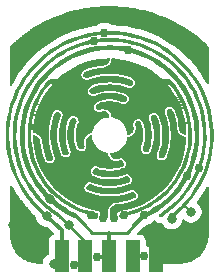
<source format=gbr>
%TF.GenerationSoftware,KiCad,Pcbnew,(5.1.10)-1*%
%TF.CreationDate,2021-10-07T10:54:52-05:00*%
%TF.ProjectId,BYTE_Magnetic,42595445-5f4d-4616-976e-657469632e6b,rev?*%
%TF.SameCoordinates,Original*%
%TF.FileFunction,Copper,L1,Top*%
%TF.FilePolarity,Positive*%
%FSLAX46Y46*%
G04 Gerber Fmt 4.6, Leading zero omitted, Abs format (unit mm)*
G04 Created by KiCad (PCBNEW (5.1.10)-1) date 2021-10-07 10:54:52*
%MOMM*%
%LPD*%
G01*
G04 APERTURE LIST*
%TA.AperFunction,SMDPad,CuDef*%
%ADD10C,0.100000*%
%TD*%
%TA.AperFunction,SMDPad,CuDef*%
%ADD11R,1.200000X2.700000*%
%TD*%
%TA.AperFunction,ViaPad*%
%ADD12C,0.800000*%
%TD*%
%TA.AperFunction,ViaPad*%
%ADD13C,0.750000*%
%TD*%
%TA.AperFunction,Conductor*%
%ADD14C,0.300000*%
%TD*%
%TA.AperFunction,Conductor*%
%ADD15C,0.250000*%
%TD*%
%TA.AperFunction,Conductor*%
%ADD16C,0.150000*%
%TD*%
%TA.AperFunction,Conductor*%
%ADD17C,0.200000*%
%TD*%
%TA.AperFunction,Conductor*%
%ADD18C,0.100000*%
%TD*%
G04 APERTURE END LIST*
%TA.AperFunction,SMDPad,CuDef*%
D10*
%TO.P,REF\u002A\u002A,5*%
%TO.N,/SDA*%
G36*
X182599320Y-102891100D02*
G01*
X183185320Y-102950100D01*
X183765320Y-103048100D01*
X184338320Y-103184100D01*
X184900320Y-103359100D01*
X185449320Y-103570100D01*
X185983320Y-103818100D01*
X186499320Y-104102100D01*
X186995320Y-104419100D01*
X187469320Y-104768100D01*
X187918320Y-105148100D01*
X188341320Y-105558100D01*
X188735320Y-105995100D01*
X189100320Y-106457100D01*
X189432320Y-106942100D01*
X189732320Y-107449100D01*
X189997320Y-107975100D01*
X190226320Y-108517100D01*
X190419320Y-109073100D01*
X190573320Y-109641100D01*
X190690320Y-110218100D01*
X190768320Y-110801100D01*
X190806320Y-111389100D01*
X190805320Y-111977100D01*
X190765320Y-112565100D01*
X190686320Y-113148100D01*
X190568320Y-113724100D01*
X190411320Y-114292100D01*
X190217320Y-114848100D01*
X189987320Y-115389100D01*
X189720320Y-115914100D01*
X189419320Y-116420100D01*
X189085320Y-116905100D01*
X188720320Y-117366100D01*
X188324320Y-117802100D01*
X187900320Y-118210100D01*
X187450320Y-118589100D01*
X187389320Y-118617100D01*
X187323320Y-118617100D01*
X187263320Y-118588100D01*
X187221320Y-118535100D01*
X187207320Y-118470100D01*
X187222320Y-118405100D01*
X187264320Y-118353100D01*
X187705320Y-117982100D01*
X188120320Y-117581100D01*
X188506320Y-117154100D01*
X188863320Y-116701100D01*
X189188320Y-116225100D01*
X189480320Y-115728100D01*
X189738320Y-115213100D01*
X189960320Y-114681100D01*
X190146320Y-114136100D01*
X190294320Y-113579100D01*
X190404320Y-113013100D01*
X190476320Y-112441100D01*
X190509320Y-111866100D01*
X190502320Y-111289100D01*
X190457320Y-110715100D01*
X190373320Y-110145100D01*
X190250320Y-109582100D01*
X190089320Y-109028100D01*
X189892320Y-108487100D01*
X189658320Y-107960100D01*
X189389320Y-107450100D01*
X189086320Y-106960100D01*
X188750320Y-106491100D01*
X188384320Y-106047100D01*
X187988320Y-105628100D01*
X187565320Y-105236100D01*
X187116320Y-104875100D01*
X186644320Y-104545100D01*
X186150320Y-104247100D01*
X185637320Y-103984100D01*
X185108320Y-103755100D01*
X184565320Y-103564100D01*
X184009320Y-103409100D01*
X183445320Y-103293100D01*
X182874320Y-103215100D01*
X182299320Y-103176100D01*
X181723320Y-103176100D01*
X181148320Y-103215100D01*
X180577320Y-103293100D01*
X180012320Y-103409100D01*
X179457320Y-103564100D01*
X178913320Y-103755100D01*
X178384320Y-103984100D01*
X177871320Y-104247100D01*
X177378320Y-104545100D01*
X176906320Y-104875100D01*
X176457320Y-105236100D01*
X176034320Y-105628100D01*
X175638320Y-106047100D01*
X175271320Y-106491100D01*
X174936320Y-106960100D01*
X174633320Y-107450100D01*
X174364320Y-107960100D01*
X174130320Y-108487100D01*
X173932320Y-109028100D01*
X173772320Y-109582100D01*
X173649320Y-110145100D01*
X173565320Y-110715100D01*
X173519320Y-111289100D01*
X173513320Y-111866100D01*
X173546320Y-112441100D01*
X173617320Y-113013100D01*
X173728320Y-113579100D01*
X173876320Y-114136100D01*
X174062320Y-114681100D01*
X174284320Y-115213100D01*
X174542320Y-115728100D01*
X174834320Y-116225100D01*
X175159320Y-116701100D01*
X175515320Y-117154100D01*
X175902320Y-117581100D01*
X176316320Y-117982100D01*
X176757320Y-118353100D01*
X176799320Y-118405100D01*
X176814320Y-118470100D01*
X176800320Y-118535100D01*
X176759320Y-118588100D01*
X176699320Y-118617100D01*
X176632320Y-118617100D01*
X176572320Y-118589100D01*
X176121320Y-118210100D01*
X175698320Y-117802100D01*
X175302320Y-117366100D01*
X174936320Y-116905100D01*
X174602320Y-116420100D01*
X174301320Y-115914100D01*
X174035320Y-115389100D01*
X173804320Y-114848100D01*
X173610320Y-114292100D01*
X173454320Y-113724100D01*
X173336320Y-113148100D01*
X173256320Y-112565100D01*
X173216320Y-111977100D01*
X173215320Y-111389100D01*
X173254320Y-110801100D01*
X173332320Y-110218100D01*
X173448320Y-109641100D01*
X173603320Y-109073100D01*
X173795320Y-108517100D01*
X174025320Y-107975100D01*
X174290320Y-107449100D01*
X174589320Y-106942100D01*
X174922320Y-106457100D01*
X175286320Y-105995100D01*
X175681320Y-105558100D01*
X176104320Y-105148100D01*
X176553320Y-104768100D01*
X177027320Y-104419100D01*
X177523320Y-104102100D01*
X178039320Y-103818100D01*
X178572320Y-103570100D01*
X179122320Y-103359100D01*
X179684320Y-103184100D01*
X180256320Y-103048100D01*
X180837320Y-102950100D01*
X181422320Y-102891100D01*
X182011320Y-102871100D01*
X182599320Y-102891100D01*
G37*
%TD.AperFunction*%
%TA.AperFunction,SMDPad,CuDef*%
%TO.P,REF\u002A\u002A,1*%
%TO.N,/A1*%
G36*
X181999320Y-105323100D02*
G01*
X181949320Y-105466100D01*
X181864320Y-105593100D01*
X181751320Y-105694100D01*
X181615320Y-105763100D01*
X181467320Y-105796100D01*
X181066320Y-105847100D01*
X180669320Y-105926100D01*
X180279320Y-106031100D01*
X179897320Y-106163100D01*
X179787320Y-106224100D01*
X179700320Y-106313100D01*
X179641320Y-106424100D01*
X179615320Y-106546100D01*
X179625320Y-106671100D01*
X179670320Y-106788100D01*
X179746320Y-106888100D01*
X179847320Y-106962100D01*
X179965320Y-107004100D01*
X180090320Y-107012100D01*
X180212320Y-106984100D01*
X180599320Y-106854100D01*
X180996320Y-106755100D01*
X181399320Y-106688100D01*
X181807320Y-106655100D01*
X182215320Y-106655100D01*
X182623320Y-106688100D01*
X183026320Y-106755100D01*
X183423320Y-106854100D01*
X183810320Y-106984100D01*
X183893320Y-107035100D01*
X183955320Y-107110100D01*
X183986320Y-107202100D01*
X183985320Y-107299100D01*
X183950320Y-107390100D01*
X183886320Y-107464100D01*
X183801320Y-107511100D01*
X183705320Y-107526100D01*
X183609320Y-107508100D01*
X183222320Y-107379100D01*
X182824320Y-107286100D01*
X182419320Y-107230100D01*
X182011320Y-107211100D01*
X181603320Y-107230100D01*
X181198320Y-107286100D01*
X180800320Y-107379100D01*
X180413320Y-107508100D01*
X180303320Y-107569100D01*
X180216320Y-107658100D01*
X180157320Y-107769100D01*
X180131320Y-107891100D01*
X180141320Y-108016100D01*
X180186320Y-108133100D01*
X180262320Y-108232100D01*
X180363320Y-108307100D01*
X180481320Y-108349100D01*
X180606320Y-108357100D01*
X180728320Y-108329100D01*
X181085320Y-108213100D01*
X181451320Y-108135100D01*
X181824320Y-108096100D01*
X182198320Y-108096100D01*
X182571320Y-108135100D01*
X182937320Y-108213100D01*
X183294320Y-108329100D01*
X183377320Y-108379100D01*
X183438320Y-108455100D01*
X183470320Y-108547100D01*
X183468320Y-108644100D01*
X183434320Y-108735100D01*
X183370320Y-108809100D01*
X183285320Y-108856100D01*
X183189320Y-108871100D01*
X183093320Y-108852100D01*
X182792320Y-108755100D01*
X182483320Y-108689100D01*
X182169320Y-108656100D01*
X181853320Y-108656100D01*
X181539320Y-108689100D01*
X181230320Y-108755100D01*
X180929320Y-108852100D01*
X180820320Y-108913100D01*
X180732320Y-109003100D01*
X180673320Y-109113100D01*
X180648320Y-109236100D01*
X180658320Y-109361100D01*
X180703320Y-109478100D01*
X180779320Y-109577100D01*
X180880320Y-109651100D01*
X180997320Y-109694100D01*
X181122320Y-109702100D01*
X181244320Y-109674100D01*
X181373320Y-109641100D01*
X181506320Y-109639100D01*
X181635320Y-109669100D01*
X181754320Y-109727100D01*
X181856320Y-109812100D01*
X181935320Y-109918100D01*
X181988320Y-110040100D01*
X182010320Y-110171100D01*
X181767320Y-110191100D01*
X181531320Y-110250100D01*
X181307320Y-110346100D01*
X181102320Y-110478100D01*
X180921320Y-110641100D01*
X180768320Y-110831100D01*
X180649320Y-111043100D01*
X180565320Y-111272100D01*
X180520320Y-111512100D01*
X180368320Y-111532100D01*
X180224320Y-111584100D01*
X180094320Y-111666100D01*
X179984320Y-111772100D01*
X179899320Y-111900100D01*
X179843320Y-112043100D01*
X179818320Y-112194100D01*
X179825320Y-112347100D01*
X179865320Y-112495100D01*
X179883320Y-112590100D01*
X179868320Y-112687100D01*
X179821320Y-112772100D01*
X179747320Y-112835100D01*
X179657320Y-112870100D01*
X179559320Y-112872100D01*
X179467320Y-112840100D01*
X179392320Y-112779100D01*
X179342320Y-112696100D01*
X179249320Y-112411100D01*
X179187320Y-112118100D01*
X179156320Y-111821100D01*
X179156320Y-111521100D01*
X179187320Y-111224100D01*
X179249320Y-110931100D01*
X179342320Y-110646100D01*
X179369320Y-110524100D01*
X179362320Y-110399100D01*
X179319320Y-110281100D01*
X179245320Y-110180100D01*
X179145320Y-110104100D01*
X179028320Y-110060100D01*
X178904320Y-110049100D01*
X178781320Y-110075100D01*
X178670320Y-110134100D01*
X178581320Y-110222100D01*
X178520320Y-110331100D01*
X178412320Y-110656100D01*
X178334320Y-110990100D01*
X178287320Y-111329100D01*
X178272320Y-111671100D01*
X178287320Y-112013100D01*
X178334320Y-112352100D01*
X178412320Y-112686100D01*
X178520320Y-113011100D01*
X178539320Y-113107100D01*
X178523320Y-113203100D01*
X178476320Y-113288100D01*
X178403320Y-113352100D01*
X178312320Y-113387100D01*
X178215320Y-113388100D01*
X178123320Y-113357100D01*
X178047320Y-113295100D01*
X177997320Y-113212100D01*
X177873320Y-112838100D01*
X177783320Y-112455100D01*
X177729320Y-112064100D01*
X177711320Y-111671100D01*
X177729320Y-111278100D01*
X177783320Y-110887100D01*
X177873320Y-110504100D01*
X177997320Y-110130100D01*
X178025320Y-110008100D01*
X178017320Y-109883100D01*
X177974320Y-109765100D01*
X177900320Y-109664100D01*
X177801320Y-109588100D01*
X177684320Y-109543100D01*
X177559320Y-109533100D01*
X177436320Y-109559100D01*
X177326320Y-109618100D01*
X177236320Y-109705100D01*
X177175320Y-109815100D01*
X177040320Y-110214100D01*
X176938320Y-110624100D01*
X176870320Y-111040100D01*
X176835320Y-111460100D01*
X176835320Y-111882100D01*
X176870320Y-112302100D01*
X176938320Y-112718100D01*
X177040320Y-113128100D01*
X177175320Y-113527100D01*
X177194320Y-113623100D01*
X177179320Y-113719100D01*
X177131320Y-113804100D01*
X177058320Y-113868100D01*
X176967320Y-113903100D01*
X176870320Y-113904100D01*
X176778320Y-113873100D01*
X176702320Y-113812100D01*
X176652320Y-113728100D01*
X176524320Y-113356100D01*
X176421320Y-112976100D01*
X176345320Y-112591100D01*
X176295320Y-112200100D01*
X176263320Y-112040100D01*
X176196320Y-111890100D01*
X176100320Y-111758100D01*
X175977320Y-111649100D01*
X175833320Y-111570100D01*
X175676320Y-111523100D01*
X175513320Y-111511100D01*
X175544320Y-111016100D01*
X175613320Y-110525100D01*
X175719320Y-110041100D01*
X175861320Y-109566100D01*
X176039320Y-109104100D01*
X176253320Y-108656100D01*
X176499320Y-108226100D01*
X176778320Y-107816100D01*
X177087320Y-107428100D01*
X177106320Y-107383100D01*
X177094320Y-107335100D01*
X177057320Y-107302100D01*
X177008320Y-107298100D01*
X176965320Y-107324100D01*
X176652320Y-107717100D01*
X176369320Y-108132100D01*
X176119320Y-108567100D01*
X175901320Y-109020100D01*
X175719320Y-109488100D01*
X175572320Y-109968100D01*
X175462320Y-110459100D01*
X175390320Y-110956100D01*
X175354320Y-111457100D01*
X175357320Y-111959100D01*
X175398320Y-112460100D01*
X175476320Y-112956100D01*
X175592320Y-113445100D01*
X175743320Y-113924100D01*
X175931320Y-114390100D01*
X176153320Y-114840100D01*
X176409320Y-115273100D01*
X176696320Y-115685100D01*
X177014320Y-116074100D01*
X177360320Y-116438100D01*
X177732320Y-116775100D01*
X178129320Y-117083100D01*
X178548320Y-117360100D01*
X178987320Y-117605100D01*
X179443320Y-117816100D01*
X179913320Y-117992100D01*
X180396320Y-118132100D01*
X180887320Y-118235100D01*
X180950320Y-118258100D01*
X181002320Y-118299100D01*
X181038320Y-118356100D01*
X181061320Y-118461100D01*
X181045320Y-118567100D01*
X180994320Y-118661100D01*
X180912320Y-118730100D01*
X180811320Y-118767100D01*
X180704320Y-118766100D01*
X180604320Y-118727100D01*
X180524320Y-118655100D01*
X180475320Y-118560100D01*
X180444320Y-118500100D01*
X180394320Y-118453100D01*
X180332320Y-118425100D01*
X179827320Y-118280100D01*
X179335320Y-118096100D01*
X178858320Y-117876100D01*
X178399320Y-117620100D01*
X177961320Y-117331100D01*
X177545320Y-117009100D01*
X177155320Y-116657100D01*
X176793320Y-116277100D01*
X176461320Y-115870100D01*
X176160320Y-115440100D01*
X175892320Y-114988100D01*
X175659320Y-114517100D01*
X175463320Y-114030100D01*
X175304320Y-113529100D01*
X175183320Y-113018100D01*
X175100320Y-112499100D01*
X175058320Y-111975100D01*
X175055320Y-111450100D01*
X175091320Y-110926100D01*
X175167320Y-110406100D01*
X175282320Y-109894100D01*
X175435320Y-109391100D01*
X175626320Y-108902100D01*
X175853320Y-108428100D01*
X176115320Y-107973100D01*
X176411320Y-107539100D01*
X176738320Y-107128100D01*
X176847320Y-107030100D01*
X176976320Y-106960100D01*
X177117320Y-106924100D01*
X177264320Y-106924100D01*
X177389320Y-106926100D01*
X177512320Y-106901100D01*
X177628320Y-106852100D01*
X177730320Y-106780100D01*
X178093320Y-106485100D01*
X178475320Y-106217100D01*
X178876320Y-105977100D01*
X179293320Y-105766100D01*
X179724320Y-105586100D01*
X180167320Y-105438100D01*
X180620320Y-105322100D01*
X181080320Y-105238100D01*
X181544320Y-105188100D01*
X182011320Y-105171100D01*
X181999320Y-105323100D01*
G37*
%TD.AperFunction*%
%TA.AperFunction,SMDPad,CuDef*%
%TO.P,REF\u002A\u002A,2*%
%TO.N,/A2*%
G36*
X182671320Y-105205100D02*
G01*
X183168320Y-105275100D01*
X183657320Y-105383100D01*
X184137320Y-105528100D01*
X184604320Y-105711100D01*
X185056320Y-105928100D01*
X185489320Y-106180100D01*
X185902320Y-106464100D01*
X186292320Y-106780100D01*
X186394320Y-106852100D01*
X186510320Y-106901100D01*
X186633320Y-106926100D01*
X186758320Y-106924100D01*
X186905320Y-106924100D01*
X187046320Y-106960100D01*
X187175320Y-107030100D01*
X187284320Y-107128100D01*
X187604320Y-107528100D01*
X187893320Y-107951100D01*
X188151320Y-108394100D01*
X188376320Y-108854100D01*
X188566320Y-109330100D01*
X188720320Y-109819100D01*
X188838320Y-110317100D01*
X188919320Y-110823100D01*
X188963320Y-111334100D01*
X188969320Y-111846100D01*
X188937320Y-112358100D01*
X188868320Y-112865100D01*
X188761320Y-113367100D01*
X188618320Y-113859100D01*
X188439320Y-114339100D01*
X188226320Y-114804100D01*
X187978320Y-115253100D01*
X187699320Y-115683100D01*
X187388320Y-116090100D01*
X187048320Y-116474100D01*
X186681320Y-116831100D01*
X186289320Y-117161100D01*
X185874320Y-117461100D01*
X185437320Y-117729100D01*
X184982320Y-117965100D01*
X184511320Y-118166100D01*
X184027320Y-118333100D01*
X183531320Y-118463100D01*
X183471320Y-118487100D01*
X183422320Y-118528100D01*
X183389320Y-118583100D01*
X183331320Y-118674100D01*
X183245320Y-118739100D01*
X183142320Y-118769100D01*
X183034320Y-118761100D01*
X182937320Y-118715100D01*
X182861320Y-118638100D01*
X182819320Y-118539100D01*
X182814320Y-118431100D01*
X182843320Y-118351100D01*
X182903320Y-118290100D01*
X182983320Y-118260100D01*
X183482320Y-118167100D01*
X183973320Y-118036100D01*
X184452320Y-117868100D01*
X184917320Y-117664100D01*
X185365320Y-117425100D01*
X185794320Y-117152100D01*
X186200320Y-116848100D01*
X186583320Y-116514100D01*
X186938320Y-116152100D01*
X187266320Y-115763100D01*
X187562320Y-115351100D01*
X187826320Y-114917100D01*
X188057320Y-114465100D01*
X188252320Y-113996100D01*
X188411320Y-113514100D01*
X188533320Y-113021100D01*
X188617320Y-112520100D01*
X188662320Y-112014100D01*
X188669320Y-111506100D01*
X188637320Y-110999100D01*
X188567320Y-110496100D01*
X188458320Y-110000100D01*
X188312320Y-109514100D01*
X188129320Y-109040100D01*
X187911320Y-108582100D01*
X187659320Y-108141100D01*
X187373320Y-107721100D01*
X187057320Y-107324100D01*
X187014320Y-107298100D01*
X186965320Y-107302100D01*
X186928320Y-107335100D01*
X186916320Y-107383100D01*
X186935320Y-107428100D01*
X187224320Y-107789100D01*
X187487320Y-108169100D01*
X187722320Y-108567100D01*
X187928320Y-108981100D01*
X188104320Y-109408100D01*
X188250320Y-109847100D01*
X188364320Y-110295100D01*
X188445320Y-110750100D01*
X188495320Y-111209100D01*
X188511320Y-111671100D01*
X188359320Y-111659100D01*
X188216320Y-111609100D01*
X188089320Y-111524100D01*
X187988320Y-111411100D01*
X187919320Y-111275100D01*
X187886320Y-111127100D01*
X187835320Y-110726100D01*
X187756320Y-110329100D01*
X187651320Y-109939100D01*
X187519320Y-109557100D01*
X187458320Y-109447100D01*
X187369320Y-109360100D01*
X187258320Y-109301100D01*
X187136320Y-109275100D01*
X187011320Y-109285100D01*
X186894320Y-109330100D01*
X186794320Y-109406100D01*
X186720320Y-109507100D01*
X186678320Y-109625100D01*
X186670320Y-109750100D01*
X186698320Y-109872100D01*
X186828320Y-110259100D01*
X186927320Y-110656100D01*
X186994320Y-111059100D01*
X187027320Y-111467100D01*
X187027320Y-111875100D01*
X186994320Y-112283100D01*
X186927320Y-112686100D01*
X186828320Y-113083100D01*
X186698320Y-113470100D01*
X186647320Y-113553100D01*
X186572320Y-113615100D01*
X186480320Y-113646100D01*
X186383320Y-113645100D01*
X186292320Y-113610100D01*
X186218320Y-113546100D01*
X186171320Y-113461100D01*
X186156320Y-113365100D01*
X186174320Y-113269100D01*
X186303320Y-112882100D01*
X186396320Y-112484100D01*
X186452320Y-112079100D01*
X186471320Y-111671100D01*
X186452320Y-111263100D01*
X186396320Y-110858100D01*
X186303320Y-110460100D01*
X186174320Y-110073100D01*
X186113320Y-109963100D01*
X186024320Y-109876100D01*
X185913320Y-109817100D01*
X185791320Y-109791100D01*
X185666320Y-109801100D01*
X185549320Y-109846100D01*
X185450320Y-109922100D01*
X185375320Y-110023100D01*
X185333320Y-110141100D01*
X185325320Y-110266100D01*
X185353320Y-110388100D01*
X185469320Y-110745100D01*
X185547320Y-111111100D01*
X185586320Y-111484100D01*
X185586320Y-111858100D01*
X185547320Y-112231100D01*
X185469320Y-112597100D01*
X185353320Y-112954100D01*
X185303320Y-113037100D01*
X185227320Y-113098100D01*
X185135320Y-113130100D01*
X185038320Y-113128100D01*
X184947320Y-113094100D01*
X184873320Y-113030100D01*
X184826320Y-112945100D01*
X184811320Y-112849100D01*
X184830320Y-112753100D01*
X184927320Y-112452100D01*
X184993320Y-112143100D01*
X185026320Y-111829100D01*
X185026320Y-111513100D01*
X184993320Y-111199100D01*
X184927320Y-110890100D01*
X184830320Y-110589100D01*
X184769320Y-110480100D01*
X184679320Y-110392100D01*
X184569320Y-110333100D01*
X184446320Y-110308100D01*
X184321320Y-110318100D01*
X184204320Y-110363100D01*
X184105320Y-110439100D01*
X184031320Y-110540100D01*
X183988320Y-110657100D01*
X183980320Y-110782100D01*
X184008320Y-110904100D01*
X184041320Y-111033100D01*
X184043320Y-111166100D01*
X184013320Y-111295100D01*
X183955320Y-111414100D01*
X183870320Y-111516100D01*
X183764320Y-111595100D01*
X183642320Y-111648100D01*
X183511320Y-111670100D01*
X183491320Y-111427100D01*
X183432320Y-111191100D01*
X183336320Y-110967100D01*
X183204320Y-110762100D01*
X183041320Y-110581100D01*
X182851320Y-110428100D01*
X182639320Y-110309100D01*
X182410320Y-110225100D01*
X182170320Y-110180100D01*
X182150320Y-110028100D01*
X182098320Y-109884100D01*
X182016320Y-109754100D01*
X181910320Y-109644100D01*
X181782320Y-109559100D01*
X181639320Y-109503100D01*
X181488320Y-109478100D01*
X181335320Y-109485100D01*
X181187320Y-109525100D01*
X181092320Y-109543100D01*
X180995320Y-109528100D01*
X180910320Y-109481100D01*
X180847320Y-109407100D01*
X180812320Y-109317100D01*
X180810320Y-109219100D01*
X180842320Y-109127100D01*
X180903320Y-109052100D01*
X180986320Y-109002100D01*
X181271320Y-108909100D01*
X181564320Y-108847100D01*
X181861320Y-108816100D01*
X182161320Y-108816100D01*
X182458320Y-108847100D01*
X182751320Y-108909100D01*
X183036320Y-109002100D01*
X183158320Y-109029100D01*
X183283320Y-109022100D01*
X183401320Y-108979100D01*
X183502320Y-108905100D01*
X183578320Y-108805100D01*
X183622320Y-108688100D01*
X183633320Y-108564100D01*
X183607320Y-108441100D01*
X183548320Y-108330100D01*
X183460320Y-108241100D01*
X183351320Y-108180100D01*
X183026320Y-108072100D01*
X182692320Y-107994100D01*
X182353320Y-107947100D01*
X182011320Y-107932100D01*
X181669320Y-107947100D01*
X181330320Y-107994100D01*
X180996320Y-108072100D01*
X180671320Y-108180100D01*
X180575320Y-108199100D01*
X180479320Y-108183100D01*
X180394320Y-108136100D01*
X180330320Y-108063100D01*
X180295320Y-107972100D01*
X180294320Y-107875100D01*
X180325320Y-107783100D01*
X180387320Y-107707100D01*
X180470320Y-107657100D01*
X180844320Y-107533100D01*
X181227320Y-107443100D01*
X181618320Y-107389100D01*
X182011320Y-107371100D01*
X182404320Y-107389100D01*
X182795320Y-107443100D01*
X183178320Y-107533100D01*
X183552320Y-107657100D01*
X183674320Y-107685100D01*
X183799320Y-107677100D01*
X183917320Y-107634100D01*
X184018320Y-107560100D01*
X184094320Y-107461100D01*
X184139320Y-107344100D01*
X184149320Y-107219100D01*
X184123320Y-107096100D01*
X184064320Y-106986100D01*
X183977320Y-106896100D01*
X183867320Y-106835100D01*
X183468320Y-106700100D01*
X183058320Y-106598100D01*
X182642320Y-106530100D01*
X182222320Y-106495100D01*
X181800320Y-106495100D01*
X181380320Y-106530100D01*
X180964320Y-106598100D01*
X180554320Y-106700100D01*
X180155320Y-106835100D01*
X180059320Y-106854100D01*
X179963320Y-106839100D01*
X179878320Y-106791100D01*
X179814320Y-106718100D01*
X179779320Y-106627100D01*
X179778320Y-106530100D01*
X179809320Y-106438100D01*
X179870320Y-106362100D01*
X179954320Y-106312100D01*
X180326320Y-106184100D01*
X180706320Y-106081100D01*
X181091320Y-106005100D01*
X181482320Y-105955100D01*
X181642320Y-105923100D01*
X181792320Y-105856100D01*
X181924320Y-105760100D01*
X182033320Y-105637100D01*
X182112320Y-105493100D01*
X182159320Y-105336100D01*
X182171320Y-105173100D01*
X182671320Y-105205100D01*
G37*
%TD.AperFunction*%
%TA.AperFunction,SMDPad,CuDef*%
%TO.P,REF\u002A\u002A,3*%
%TO.N,/A0*%
G36*
X177640320Y-109697100D02*
G01*
X177731320Y-109732100D01*
X177804320Y-109796100D01*
X177851320Y-109881100D01*
X177867320Y-109977100D01*
X177848320Y-110073100D01*
X177719320Y-110460100D01*
X177627320Y-110858100D01*
X177571320Y-111263100D01*
X177552320Y-111671100D01*
X177571320Y-112079100D01*
X177627320Y-112484100D01*
X177719320Y-112882100D01*
X177848320Y-113269100D01*
X177909320Y-113379100D01*
X177999320Y-113466100D01*
X178109320Y-113525100D01*
X178232320Y-113551100D01*
X178356320Y-113541100D01*
X178473320Y-113496100D01*
X178573320Y-113420100D01*
X178647320Y-113319100D01*
X178690320Y-113201100D01*
X178697320Y-113076100D01*
X178670320Y-112954100D01*
X178554320Y-112597100D01*
X178476320Y-112231100D01*
X178437320Y-111858100D01*
X178437320Y-111484100D01*
X178476320Y-111111100D01*
X178554320Y-110745100D01*
X178670320Y-110388100D01*
X178720320Y-110305100D01*
X178795320Y-110244100D01*
X178887320Y-110212100D01*
X178985320Y-110214100D01*
X179076320Y-110248100D01*
X179149320Y-110312100D01*
X179196320Y-110397100D01*
X179211320Y-110493100D01*
X179193320Y-110589100D01*
X179095320Y-110890100D01*
X179029320Y-111199100D01*
X178996320Y-111513100D01*
X178996320Y-111829100D01*
X179029320Y-112143100D01*
X179095320Y-112452100D01*
X179193320Y-112753100D01*
X179254320Y-112862100D01*
X179343320Y-112950100D01*
X179454320Y-113009100D01*
X179576320Y-113034100D01*
X179701320Y-113024100D01*
X179818320Y-112979100D01*
X179918320Y-112903100D01*
X179992320Y-112802100D01*
X180034320Y-112685100D01*
X180042320Y-112560100D01*
X180014320Y-112438100D01*
X179982320Y-112309100D01*
X179980320Y-112176100D01*
X180009320Y-112047100D01*
X180068320Y-111928100D01*
X180153320Y-111826100D01*
X180259320Y-111747100D01*
X180381320Y-111694100D01*
X180511320Y-111672100D01*
X180531320Y-111915100D01*
X180590320Y-112151100D01*
X180687320Y-112375100D01*
X180818320Y-112580100D01*
X180981320Y-112761100D01*
X181171320Y-112914100D01*
X181384320Y-113033100D01*
X181613320Y-113117100D01*
X181852320Y-113162100D01*
X181873320Y-113314100D01*
X181925320Y-113458100D01*
X182006320Y-113588100D01*
X182113320Y-113698100D01*
X182240320Y-113783100D01*
X182383320Y-113839100D01*
X182534320Y-113864100D01*
X182687320Y-113857100D01*
X182835320Y-113817100D01*
X182931320Y-113799100D01*
X183027320Y-113814100D01*
X183112320Y-113861100D01*
X183176320Y-113935100D01*
X183211320Y-114025100D01*
X183212320Y-114123100D01*
X183181320Y-114215100D01*
X183120320Y-114290100D01*
X183036320Y-114340100D01*
X182751320Y-114433100D01*
X182459320Y-114495100D01*
X182161320Y-114526100D01*
X181862320Y-114526100D01*
X181564320Y-114495100D01*
X181271320Y-114433100D01*
X180987320Y-114340100D01*
X180865320Y-114313100D01*
X180740320Y-114320100D01*
X180622320Y-114363100D01*
X180521320Y-114437100D01*
X180445320Y-114537100D01*
X180400320Y-114654100D01*
X180390320Y-114778100D01*
X180415320Y-114901100D01*
X180474320Y-115012100D01*
X180562320Y-115101100D01*
X180671320Y-115162100D01*
X180996320Y-115270100D01*
X181330320Y-115348100D01*
X181669320Y-115395100D01*
X182011320Y-115410100D01*
X182354320Y-115395100D01*
X182693320Y-115348100D01*
X183026320Y-115270100D01*
X183352320Y-115162100D01*
X183447320Y-115143100D01*
X183543320Y-115159100D01*
X183628320Y-115206100D01*
X183692320Y-115279100D01*
X183727320Y-115370100D01*
X183729320Y-115467100D01*
X183697320Y-115559100D01*
X183636320Y-115635100D01*
X183552320Y-115685100D01*
X183179320Y-115809100D01*
X182795320Y-115899100D01*
X182405320Y-115953100D01*
X182011320Y-115971100D01*
X181618320Y-115953100D01*
X181228320Y-115899100D01*
X180844320Y-115809100D01*
X180471320Y-115685100D01*
X180348320Y-115657100D01*
X180223320Y-115665100D01*
X180106320Y-115708100D01*
X180005320Y-115782100D01*
X179929320Y-115881100D01*
X179884320Y-115998100D01*
X179874320Y-116123100D01*
X179899320Y-116246100D01*
X179958320Y-116356100D01*
X180046320Y-116446100D01*
X180155320Y-116507100D01*
X180555320Y-116642100D01*
X180964320Y-116744100D01*
X181380320Y-116812100D01*
X181801320Y-116847100D01*
X182222320Y-116847100D01*
X182643320Y-116812100D01*
X183059320Y-116744100D01*
X183468320Y-116642100D01*
X183868320Y-116507100D01*
X183963320Y-116488100D01*
X184059320Y-116503100D01*
X184144320Y-116551100D01*
X184208320Y-116624100D01*
X184243320Y-116715100D01*
X184245320Y-116812100D01*
X184213320Y-116904100D01*
X184152320Y-116980100D01*
X184069320Y-117030100D01*
X183697320Y-117158100D01*
X183317320Y-117261100D01*
X182931320Y-117337100D01*
X182541320Y-117387100D01*
X182384320Y-117418100D01*
X182237320Y-117482100D01*
X182106320Y-117575100D01*
X181998320Y-117693100D01*
X181918320Y-117832100D01*
X181868320Y-117984100D01*
X181851320Y-118143100D01*
X181851320Y-118471100D01*
X181831320Y-118578100D01*
X181775320Y-118671100D01*
X181689320Y-118737100D01*
X181585320Y-118769100D01*
X181476320Y-118762100D01*
X181378320Y-118716100D01*
X181302320Y-118638100D01*
X181259320Y-118538100D01*
X181254320Y-118430100D01*
X181252320Y-118337100D01*
X181222320Y-118249100D01*
X181167320Y-118175100D01*
X181092320Y-118121100D01*
X181003320Y-118092100D01*
X180528320Y-118000100D01*
X180061320Y-117872100D01*
X179605320Y-117709100D01*
X179163320Y-117514100D01*
X178736320Y-117285100D01*
X178327320Y-117026100D01*
X177939320Y-116737100D01*
X177573320Y-116420100D01*
X177232320Y-116077100D01*
X176918320Y-115709100D01*
X176631320Y-115319100D01*
X176375320Y-114908100D01*
X176150320Y-114480100D01*
X175957320Y-114036100D01*
X175798320Y-113579100D01*
X175673320Y-113111100D01*
X175583320Y-112636100D01*
X175529320Y-112155100D01*
X175511320Y-111671100D01*
X175663320Y-111683100D01*
X175807320Y-111733100D01*
X175933320Y-111818100D01*
X176034320Y-111931100D01*
X176103320Y-112067100D01*
X176137320Y-112215100D01*
X176188320Y-112616100D01*
X176266320Y-113013100D01*
X176371320Y-113403100D01*
X176503320Y-113785100D01*
X176564320Y-113895100D01*
X176654320Y-113982100D01*
X176764320Y-114041100D01*
X176887320Y-114067100D01*
X177012320Y-114057100D01*
X177129320Y-114012100D01*
X177228320Y-113936100D01*
X177302320Y-113835100D01*
X177345320Y-113717100D01*
X177353320Y-113592100D01*
X177325320Y-113470100D01*
X177194320Y-113083100D01*
X177095320Y-112686100D01*
X177029320Y-112283100D01*
X176996320Y-111875100D01*
X176996320Y-111467100D01*
X177029320Y-111059100D01*
X177095320Y-110656100D01*
X177194320Y-110259100D01*
X177325320Y-109872100D01*
X177375320Y-109789100D01*
X177451320Y-109727100D01*
X177543320Y-109696100D01*
X177640320Y-109697100D01*
G37*
%TD.AperFunction*%
%TA.AperFunction,SMDPad,CuDef*%
%TO.P,REF\u002A\u002A,4*%
%TO.N,/A3*%
G36*
X187244320Y-109469100D02*
G01*
X187320320Y-109530100D01*
X187370320Y-109614100D01*
X187498320Y-109986100D01*
X187601320Y-110366100D01*
X187677320Y-110751100D01*
X187727320Y-111142100D01*
X187759320Y-111302100D01*
X187826320Y-111452100D01*
X187922320Y-111584100D01*
X188045320Y-111693100D01*
X188189320Y-111772100D01*
X188346320Y-111819100D01*
X188509320Y-111831100D01*
X188479320Y-112314100D01*
X188414320Y-112793100D01*
X188312320Y-113266100D01*
X188176320Y-113730100D01*
X188006320Y-114182100D01*
X187803320Y-114621100D01*
X187568320Y-115044100D01*
X187302320Y-115447100D01*
X187006320Y-115830100D01*
X186683320Y-116190100D01*
X186334320Y-116525100D01*
X185961320Y-116833100D01*
X185567320Y-117112100D01*
X185152320Y-117362100D01*
X184720320Y-117579100D01*
X184274320Y-117764100D01*
X183814320Y-117916100D01*
X183345320Y-118033100D01*
X182868320Y-118114100D01*
X182780320Y-118140100D01*
X182704320Y-118192100D01*
X182647320Y-118264100D01*
X182615320Y-118350100D01*
X182610320Y-118441100D01*
X182601320Y-118548100D01*
X182555320Y-118646100D01*
X182478320Y-118720100D01*
X182379320Y-118763100D01*
X182272320Y-118768100D01*
X182170320Y-118736100D01*
X182085320Y-118669100D01*
X182030320Y-118577100D01*
X182011320Y-118471100D01*
X182011320Y-118171100D01*
X182023320Y-118019100D01*
X182073320Y-117876100D01*
X182158320Y-117749100D01*
X182271320Y-117648100D01*
X182407320Y-117579100D01*
X182555320Y-117546100D01*
X182956320Y-117495100D01*
X183353320Y-117416100D01*
X183743320Y-117311100D01*
X184125320Y-117179100D01*
X184235320Y-117118100D01*
X184322320Y-117029100D01*
X184381320Y-116918100D01*
X184407320Y-116796100D01*
X184397320Y-116671100D01*
X184352320Y-116554100D01*
X184276320Y-116454100D01*
X184175320Y-116380100D01*
X184057320Y-116338100D01*
X183932320Y-116330100D01*
X183810320Y-116358100D01*
X183423320Y-116488100D01*
X183026320Y-116587100D01*
X182623320Y-116654100D01*
X182215320Y-116687100D01*
X181807320Y-116687100D01*
X181399320Y-116654100D01*
X180996320Y-116587100D01*
X180599320Y-116488100D01*
X180212320Y-116358100D01*
X180129320Y-116307100D01*
X180067320Y-116232100D01*
X180036320Y-116140100D01*
X180037320Y-116043100D01*
X180072320Y-115952100D01*
X180136320Y-115878100D01*
X180221320Y-115831100D01*
X180317320Y-115816100D01*
X180413320Y-115834100D01*
X180800320Y-115963100D01*
X181198320Y-116056100D01*
X181603320Y-116112100D01*
X182011320Y-116131100D01*
X182419320Y-116112100D01*
X182824320Y-116056100D01*
X183222320Y-115963100D01*
X183609320Y-115834100D01*
X183719320Y-115773100D01*
X183806320Y-115684100D01*
X183865320Y-115573100D01*
X183891320Y-115451100D01*
X183881320Y-115326100D01*
X183836320Y-115209100D01*
X183760320Y-115110100D01*
X183659320Y-115035100D01*
X183541320Y-114993100D01*
X183416320Y-114985100D01*
X183294320Y-115013100D01*
X182937320Y-115129100D01*
X182571320Y-115207100D01*
X182198320Y-115246100D01*
X181824320Y-115246100D01*
X181451320Y-115207100D01*
X181085320Y-115129100D01*
X180728320Y-115013100D01*
X180645320Y-114963100D01*
X180584320Y-114887100D01*
X180552320Y-114795100D01*
X180554320Y-114698100D01*
X180588320Y-114607100D01*
X180652320Y-114533100D01*
X180737320Y-114486100D01*
X180833320Y-114471100D01*
X180929320Y-114490100D01*
X181230320Y-114587100D01*
X181539320Y-114653100D01*
X181853320Y-114686100D01*
X182169320Y-114686100D01*
X182483320Y-114653100D01*
X182792320Y-114587100D01*
X183093320Y-114490100D01*
X183202320Y-114429100D01*
X183290320Y-114339100D01*
X183349320Y-114229100D01*
X183374320Y-114106100D01*
X183364320Y-113981100D01*
X183319320Y-113864100D01*
X183243320Y-113765100D01*
X183142320Y-113691100D01*
X183025320Y-113648100D01*
X182900320Y-113640100D01*
X182778320Y-113668100D01*
X182649320Y-113701100D01*
X182516320Y-113703100D01*
X182387320Y-113673100D01*
X182268320Y-113615100D01*
X182166320Y-113530100D01*
X182087320Y-113424100D01*
X182034320Y-113302100D01*
X182012320Y-113171100D01*
X182255320Y-113151100D01*
X182491320Y-113092100D01*
X182715320Y-112996100D01*
X182920320Y-112864100D01*
X183101320Y-112701100D01*
X183254320Y-112511100D01*
X183373320Y-112299100D01*
X183457320Y-112070100D01*
X183502320Y-111830100D01*
X183654320Y-111810100D01*
X183798320Y-111758100D01*
X183928320Y-111676100D01*
X184038320Y-111570100D01*
X184123320Y-111442100D01*
X184179320Y-111299100D01*
X184204320Y-111148100D01*
X184197320Y-110995100D01*
X184157320Y-110847100D01*
X184139320Y-110752100D01*
X184154320Y-110655100D01*
X184201320Y-110570100D01*
X184275320Y-110507100D01*
X184365320Y-110472100D01*
X184463320Y-110470100D01*
X184555320Y-110502100D01*
X184630320Y-110563100D01*
X184680320Y-110646100D01*
X184773320Y-110931100D01*
X184835320Y-111224100D01*
X184866320Y-111521100D01*
X184866320Y-111821100D01*
X184835320Y-112118100D01*
X184773320Y-112411100D01*
X184680320Y-112696100D01*
X184653320Y-112818100D01*
X184660320Y-112943100D01*
X184703320Y-113061100D01*
X184777320Y-113162100D01*
X184877320Y-113238100D01*
X184994320Y-113282100D01*
X185118320Y-113293100D01*
X185241320Y-113267100D01*
X185352320Y-113208100D01*
X185441320Y-113120100D01*
X185502320Y-113011100D01*
X185610320Y-112686100D01*
X185688320Y-112352100D01*
X185735320Y-112013100D01*
X185750320Y-111671100D01*
X185735320Y-111329100D01*
X185688320Y-110990100D01*
X185610320Y-110656100D01*
X185502320Y-110331100D01*
X185483320Y-110235100D01*
X185499320Y-110139100D01*
X185546320Y-110054100D01*
X185619320Y-109990100D01*
X185710320Y-109955100D01*
X185807320Y-109954100D01*
X185899320Y-109985100D01*
X185975320Y-110047100D01*
X186025320Y-110130100D01*
X186149320Y-110504100D01*
X186239320Y-110887100D01*
X186293320Y-111278100D01*
X186311320Y-111671100D01*
X186293320Y-112064100D01*
X186239320Y-112455100D01*
X186149320Y-112838100D01*
X186025320Y-113212100D01*
X185997320Y-113334100D01*
X186005320Y-113459100D01*
X186048320Y-113577100D01*
X186122320Y-113678100D01*
X186221320Y-113754100D01*
X186338320Y-113799100D01*
X186463320Y-113809100D01*
X186586320Y-113783100D01*
X186696320Y-113724100D01*
X186786320Y-113637100D01*
X186847320Y-113527100D01*
X186982320Y-113128100D01*
X187084320Y-112718100D01*
X187152320Y-112302100D01*
X187187320Y-111882100D01*
X187187320Y-111460100D01*
X187152320Y-111040100D01*
X187084320Y-110624100D01*
X186982320Y-110214100D01*
X186847320Y-109815100D01*
X186828320Y-109719100D01*
X186843320Y-109623100D01*
X186891320Y-109538100D01*
X186964320Y-109474100D01*
X187055320Y-109439100D01*
X187152320Y-109438100D01*
X187244320Y-109469100D01*
G37*
%TD.AperFunction*%
%TA.AperFunction,SMDPad,CuDef*%
%TO.P,REF\u002A\u002A,7*%
%TO.N,+3V3*%
G36*
X182558320Y-104091100D02*
G01*
X183102320Y-104150100D01*
X183640320Y-104248100D01*
X184170320Y-104384100D01*
X184688320Y-104558100D01*
X185193320Y-104769100D01*
X185682320Y-105016100D01*
X186151320Y-105297100D01*
X186599320Y-105612100D01*
X187023320Y-105957100D01*
X187421320Y-106333100D01*
X187791320Y-106736100D01*
X188131320Y-107164100D01*
X188439320Y-107616100D01*
X188714320Y-108089100D01*
X188954320Y-108581100D01*
X189159320Y-109088100D01*
X189326320Y-109609100D01*
X189455320Y-110141100D01*
X189546320Y-110680100D01*
X189598320Y-111225100D01*
X189610320Y-111772100D01*
X189583320Y-112318100D01*
X189517320Y-112861100D01*
X189412320Y-113398100D01*
X189269320Y-113926100D01*
X189088320Y-114443100D01*
X188870320Y-114945100D01*
X188617320Y-115429100D01*
X188329320Y-115895100D01*
X188009320Y-116339100D01*
X187658320Y-116758100D01*
X187277320Y-117151100D01*
X186869320Y-117516100D01*
X186436320Y-117850100D01*
X185980320Y-118152100D01*
X185504320Y-118421100D01*
X185009320Y-118655100D01*
X184933320Y-118671100D01*
X184856320Y-118657100D01*
X184790320Y-118614100D01*
X184746320Y-118550100D01*
X184730320Y-118474100D01*
X184744320Y-118397100D01*
X184787320Y-118331100D01*
X184851320Y-118287100D01*
X185332320Y-118059100D01*
X185795320Y-117796100D01*
X186237320Y-117500100D01*
X186656320Y-117172100D01*
X187050320Y-116814100D01*
X187416320Y-116427100D01*
X187753320Y-116015100D01*
X188058320Y-115579100D01*
X188330320Y-115122100D01*
X188568320Y-114645100D01*
X188770320Y-114153100D01*
X188935320Y-113646100D01*
X189062320Y-113130100D01*
X189150320Y-112605100D01*
X189200320Y-112075100D01*
X189210320Y-111542100D01*
X189181320Y-111011100D01*
X189112320Y-110483100D01*
X189005320Y-109962100D01*
X188860320Y-109450100D01*
X188677320Y-108950100D01*
X188458320Y-108465100D01*
X188203320Y-107997100D01*
X187915320Y-107550100D01*
X187594320Y-107125100D01*
X187243320Y-106725100D01*
X186863320Y-106352100D01*
X186457320Y-106008100D01*
X186026320Y-105695100D01*
X185574320Y-105414100D01*
X185102320Y-105168100D01*
X184613320Y-104958100D01*
X184110320Y-104784100D01*
X183595320Y-104647100D01*
X183072320Y-104550100D01*
X182543320Y-104491100D01*
X182011320Y-104471100D01*
X181479320Y-104491100D01*
X180950320Y-104550100D01*
X180427320Y-104647100D01*
X179912320Y-104784100D01*
X179409320Y-104958100D01*
X178920320Y-105168100D01*
X178448320Y-105414100D01*
X177996320Y-105695100D01*
X177565320Y-106008100D01*
X177159320Y-106352100D01*
X176779320Y-106725100D01*
X176428320Y-107125100D01*
X176107320Y-107550100D01*
X175819320Y-107997100D01*
X175564320Y-108465100D01*
X175345320Y-108950100D01*
X175162320Y-109450100D01*
X175017320Y-109962100D01*
X174910320Y-110483100D01*
X174841320Y-111011100D01*
X174812320Y-111542100D01*
X174822320Y-112075100D01*
X174872320Y-112605100D01*
X174960320Y-113130100D01*
X175087320Y-113646100D01*
X175252320Y-114153100D01*
X175454320Y-114645100D01*
X175692320Y-115122100D01*
X175964320Y-115579100D01*
X176269320Y-116015100D01*
X176606320Y-116427100D01*
X176972320Y-116814100D01*
X177366320Y-117172100D01*
X177785320Y-117500100D01*
X178227320Y-117796100D01*
X178690320Y-118059100D01*
X179171320Y-118287100D01*
X179235320Y-118331100D01*
X179278320Y-118397100D01*
X179292320Y-118474100D01*
X179276320Y-118550100D01*
X179232320Y-118614100D01*
X179166320Y-118657100D01*
X179090320Y-118671100D01*
X179013320Y-118655100D01*
X178519320Y-118421100D01*
X178042320Y-118152100D01*
X177586320Y-117850100D01*
X177153320Y-117516100D01*
X176745320Y-117151100D01*
X176365320Y-116758100D01*
X176013320Y-116339100D01*
X175693320Y-115895100D01*
X175406320Y-115429100D01*
X175152320Y-114945100D01*
X174934320Y-114443100D01*
X174753320Y-113926100D01*
X174610320Y-113398100D01*
X174505320Y-112861100D01*
X174439320Y-112318100D01*
X174412320Y-111772100D01*
X174424320Y-111225100D01*
X174476320Y-110680100D01*
X174567320Y-110141100D01*
X174696320Y-109609100D01*
X174863320Y-109088100D01*
X175068320Y-108581100D01*
X175308320Y-108089100D01*
X175583320Y-107616100D01*
X175891320Y-107164100D01*
X176232320Y-106736100D01*
X176602320Y-106333100D01*
X177000320Y-105957100D01*
X177424320Y-105612100D01*
X177871320Y-105297100D01*
X178341320Y-105016100D01*
X178829320Y-104769100D01*
X179334320Y-104558100D01*
X179852320Y-104384100D01*
X180382320Y-104248100D01*
X180920320Y-104150100D01*
X181464320Y-104091100D01*
X182011320Y-104071100D01*
X182558320Y-104091100D01*
G37*
%TD.AperFunction*%
%TA.AperFunction,SMDPad,CuDef*%
%TO.P,REF\u002A\u002A,6*%
%TO.N,/SCL*%
G36*
X182581320Y-103491100D02*
G01*
X183149320Y-103550100D01*
X183711320Y-103649100D01*
X184265320Y-103787100D01*
X184809320Y-103963100D01*
X185338320Y-104177100D01*
X185852320Y-104426100D01*
X186347320Y-104711100D01*
X186820320Y-105030100D01*
X187271320Y-105381100D01*
X187696320Y-105762100D01*
X188093320Y-106172100D01*
X188461320Y-106608100D01*
X188798320Y-107070100D01*
X189102320Y-107553100D01*
X189371320Y-108056100D01*
X189605320Y-108577100D01*
X189802320Y-109113100D01*
X189961320Y-109662100D01*
X190081320Y-110220100D01*
X190163320Y-110785100D01*
X190204320Y-111354100D01*
X190207320Y-111925100D01*
X190169320Y-112495100D01*
X190092320Y-113061100D01*
X189976320Y-113620100D01*
X189821320Y-114169100D01*
X189628320Y-114707100D01*
X189398320Y-115230100D01*
X189133320Y-115735100D01*
X188833320Y-116221100D01*
X188499320Y-116684100D01*
X188135320Y-117124100D01*
X187741320Y-117537100D01*
X187318320Y-117921100D01*
X186871320Y-118276100D01*
X186399320Y-118598100D01*
X186336320Y-118620100D01*
X186270320Y-118613100D01*
X186213320Y-118577100D01*
X186178320Y-118521100D01*
X186170320Y-118455100D01*
X186192320Y-118392100D01*
X186239320Y-118344100D01*
X186699320Y-118029100D01*
X187136320Y-117683100D01*
X187547320Y-117306100D01*
X187931320Y-116902100D01*
X188285320Y-116471100D01*
X188608320Y-116017100D01*
X188898320Y-115540100D01*
X189154320Y-115045100D01*
X189374320Y-114533100D01*
X189558320Y-114006100D01*
X189704320Y-113468100D01*
X189811320Y-112921100D01*
X189880320Y-112367100D01*
X189909320Y-111811100D01*
X189900320Y-111253100D01*
X189850320Y-110698100D01*
X189762320Y-110147100D01*
X189635320Y-109604100D01*
X189471320Y-109071100D01*
X189269320Y-108552100D01*
X189030320Y-108047100D01*
X188757320Y-107561100D01*
X188451320Y-107096100D01*
X188112320Y-106653100D01*
X187743320Y-106235100D01*
X187345320Y-105844100D01*
X186921320Y-105482100D01*
X186472320Y-105151100D01*
X186001320Y-104853100D01*
X185510320Y-104588100D01*
X185002320Y-104359100D01*
X184478320Y-104166100D01*
X183943320Y-104011100D01*
X183398320Y-103894100D01*
X182846320Y-103815100D01*
X182289320Y-103776100D01*
X181732320Y-103776100D01*
X181176320Y-103815100D01*
X180623320Y-103894100D01*
X180078320Y-104011100D01*
X179543320Y-104166100D01*
X179020320Y-104359100D01*
X178511320Y-104588100D01*
X178020320Y-104853100D01*
X177549320Y-105151100D01*
X177101320Y-105482100D01*
X176676320Y-105844100D01*
X176278320Y-106235100D01*
X175909320Y-106653100D01*
X175570320Y-107096100D01*
X175264320Y-107561100D01*
X174991320Y-108047100D01*
X174753320Y-108552100D01*
X174551320Y-109071100D01*
X174386320Y-109604100D01*
X174259320Y-110147100D01*
X174171320Y-110698100D01*
X174122320Y-111253100D01*
X174112320Y-111811100D01*
X174141320Y-112367100D01*
X174210320Y-112921100D01*
X174318320Y-113468100D01*
X174464320Y-114006100D01*
X174647320Y-114533100D01*
X174867320Y-115045100D01*
X175123320Y-115540100D01*
X175413320Y-116017100D01*
X175736320Y-116471100D01*
X176090320Y-116902100D01*
X176474320Y-117306100D01*
X176885320Y-117683100D01*
X177322320Y-118029100D01*
X177782320Y-118344100D01*
X177829320Y-118392100D01*
X177851320Y-118455100D01*
X177844320Y-118521100D01*
X177808320Y-118577100D01*
X177751320Y-118613100D01*
X177685320Y-118620100D01*
X177622320Y-118598100D01*
X177150320Y-118276100D01*
X176703320Y-117921100D01*
X176281320Y-117537100D01*
X175886320Y-117124100D01*
X175522320Y-116684100D01*
X175189320Y-116221100D01*
X174888320Y-115735100D01*
X174623320Y-115230100D01*
X174393320Y-114707100D01*
X174200320Y-114169100D01*
X174046320Y-113620100D01*
X173929320Y-113061100D01*
X173852320Y-112495100D01*
X173815320Y-111925100D01*
X173817320Y-111354100D01*
X173859320Y-110785100D01*
X173940320Y-110220100D01*
X174061320Y-109662100D01*
X174220320Y-109113100D01*
X174417320Y-108577100D01*
X174650320Y-108056100D01*
X174920320Y-107553100D01*
X175223320Y-107070100D01*
X175560320Y-106608100D01*
X175928320Y-106172100D01*
X176325320Y-105762100D01*
X176750320Y-105381100D01*
X177201320Y-105030100D01*
X177675320Y-104711100D01*
X178169320Y-104426100D01*
X178683320Y-104177100D01*
X179213320Y-103963100D01*
X179756320Y-103787100D01*
X180310320Y-103649100D01*
X180872320Y-103550100D01*
X181440320Y-103491100D01*
X182011320Y-103471100D01*
X182581320Y-103491100D01*
G37*
%TD.AperFunction*%
%TD*%
D11*
%TO.P,J1,5*%
%TO.N,GND*%
X185950000Y-121940000D03*
%TO.P,J1,4*%
%TO.N,/INT_OUT*%
X183950000Y-121940000D03*
%TO.P,J1,3*%
%TO.N,+3V3*%
X181950000Y-121940000D03*
%TO.P,J1,2*%
%TO.N,/SCL*%
X179950000Y-121940000D03*
%TO.P,J1,1*%
%TO.N,/SDA*%
X177950000Y-121940000D03*
%TD*%
D12*
%TO.N,GND*%
X187880000Y-121980000D03*
X181670000Y-101160000D03*
X189800000Y-104500000D03*
X174075000Y-105350000D03*
D13*
X174853030Y-118115612D03*
D12*
X173820000Y-119260000D03*
X186310000Y-122010000D03*
%TO.N,+3V3*%
X176940000Y-117080000D03*
D13*
X188550000Y-115150000D03*
X184930320Y-118471100D03*
X180950000Y-122010000D03*
X183580000Y-104430000D03*
%TO.N,/SCL*%
X189540000Y-114490000D03*
X180690000Y-103740000D03*
X178950002Y-122702486D03*
D12*
X178530000Y-119310000D03*
D13*
%TO.N,/SDA*%
X181570000Y-103020000D03*
D12*
X187260000Y-118740000D03*
X188900000Y-118180000D03*
X176670000Y-118520000D03*
X177260004Y-122550004D03*
D13*
%TO.N,/A0*%
X181440000Y-118730000D03*
%TO.N,/A1*%
X180440000Y-118420000D03*
%TO.N,/A2*%
X183230000Y-118460000D03*
%TO.N,/A3*%
X182370000Y-118730000D03*
%TO.N,/INT_OUT*%
X184949998Y-121940000D03*
%TD*%
D14*
%TO.N,+3V3*%
X181950000Y-121940000D02*
X181950000Y-119920000D01*
D15*
X180550000Y-119920000D02*
X179950000Y-119320000D01*
X183481420Y-119920000D02*
X184930320Y-118471100D01*
X181950000Y-119920000D02*
X180550000Y-119920000D01*
X181950000Y-119920000D02*
X183481420Y-119920000D01*
D14*
X181950000Y-121940000D02*
X181864990Y-122025010D01*
X179950000Y-119320000D02*
X179120000Y-118490000D01*
D15*
X184785710Y-118615710D02*
X184930320Y-118471100D01*
D14*
X181864990Y-122025010D02*
X181050012Y-122025010D01*
X184081420Y-119320000D02*
X184785710Y-118615710D01*
D16*
%TO.N,/SCL*%
X179953920Y-121730340D02*
X179953920Y-121730340D01*
D15*
X178530000Y-119310000D02*
X177700000Y-118480000D01*
X179187514Y-122702486D02*
X179950000Y-121940000D01*
X178950002Y-122702486D02*
X179187514Y-122702486D01*
X179950000Y-120730000D02*
X178530000Y-119310000D01*
X179950000Y-121940000D02*
X179950000Y-120730000D01*
D17*
%TO.N,/SDA*%
X187260000Y-118568420D02*
X187357320Y-118471100D01*
X187260000Y-118740000D02*
X187260000Y-118568420D01*
D16*
X188900000Y-118180000D02*
X188490000Y-117770000D01*
X188058420Y-117770000D02*
X187357320Y-118471100D01*
X188490000Y-117770000D02*
X188058420Y-117770000D01*
X177070000Y-118860000D02*
X177040000Y-118860000D01*
X177070000Y-118860000D02*
X177010000Y-118860000D01*
X177260004Y-122550004D02*
X177339996Y-122550004D01*
X177339996Y-122550004D02*
X177950000Y-121940000D01*
D14*
X187357320Y-118471100D02*
X187160890Y-118471100D01*
X176960000Y-118860000D02*
X176750000Y-118650000D01*
X177070000Y-118860000D02*
X176960000Y-118860000D01*
X177950000Y-121940000D02*
X177950000Y-119740000D01*
D17*
X177230000Y-119080000D02*
X176670000Y-118520000D01*
X177290000Y-119080000D02*
X177230000Y-119080000D01*
D14*
X177950000Y-119740000D02*
X177290000Y-119080000D01*
X177290000Y-119080000D02*
X177070000Y-118860000D01*
D17*
%TO.N,/A0*%
X181551320Y-118618680D02*
X181440000Y-118730000D01*
X181551320Y-118471100D02*
X181551320Y-118618680D01*
%TO.N,/A1*%
X180491100Y-118471100D02*
X180440000Y-118420000D01*
X180761320Y-118471100D02*
X180491100Y-118471100D01*
D16*
%TO.N,/A3*%
X186212167Y-115598928D02*
X186212167Y-115135759D01*
D17*
X182311320Y-118671320D02*
X182370000Y-118730000D01*
X182311320Y-118471100D02*
X182311320Y-118671320D01*
D15*
%TO.N,/INT_OUT*%
X183950000Y-121940000D02*
X184949998Y-121940000D01*
%TD*%
D16*
%TO.N,GND*%
X173778747Y-116178870D02*
X173797845Y-116213598D01*
X174098845Y-116719598D01*
X174119840Y-116752364D01*
X174453840Y-117237364D01*
X174477514Y-117269358D01*
X174843514Y-117730358D01*
X174868668Y-117759968D01*
X175264668Y-118195968D01*
X175291625Y-118223747D01*
X175687000Y-118605102D01*
X175687000Y-118616817D01*
X175724776Y-118806730D01*
X175798877Y-118985625D01*
X175906454Y-119146626D01*
X176043374Y-119283546D01*
X176204375Y-119391123D01*
X176383270Y-119465224D01*
X176573183Y-119503000D01*
X176608016Y-119503000D01*
X176678136Y-119540480D01*
X176729418Y-119556036D01*
X177199732Y-120026350D01*
X177125816Y-120048773D01*
X177024536Y-120102908D01*
X176935763Y-120175763D01*
X176862908Y-120264536D01*
X176808773Y-120365816D01*
X176775436Y-120475712D01*
X176764180Y-120590000D01*
X176764180Y-121699059D01*
X176633378Y-121786458D01*
X176496458Y-121923378D01*
X176388881Y-122084379D01*
X176314780Y-122263274D01*
X176277004Y-122453187D01*
X176277004Y-122467004D01*
X175986012Y-122467004D01*
X175861728Y-122464794D01*
X175750752Y-122456844D01*
X175641202Y-122442994D01*
X175527231Y-122422197D01*
X175415119Y-122397352D01*
X175305068Y-122366427D01*
X175197191Y-122331522D01*
X175091651Y-122290623D01*
X174988698Y-122245834D01*
X174888366Y-122195099D01*
X174790818Y-122140491D01*
X174696183Y-122079969D01*
X174600547Y-122012723D01*
X174512318Y-121944577D01*
X174427312Y-121870432D01*
X174340163Y-121787025D01*
X174262039Y-121706424D01*
X174189180Y-121620707D01*
X174116637Y-121527623D01*
X174051655Y-121436184D01*
X173993232Y-121343575D01*
X173936547Y-121241758D01*
X173885298Y-121140745D01*
X173839374Y-121036233D01*
X173798766Y-120932214D01*
X173763372Y-120824280D01*
X173732855Y-120715143D01*
X173708126Y-120605782D01*
X173688560Y-120493214D01*
X173674516Y-120380947D01*
X173666051Y-120266715D01*
X173663000Y-120143811D01*
X173663000Y-115950422D01*
X173778747Y-116178870D01*
%TA.AperFunction,Conductor*%
D18*
G36*
X173778747Y-116178870D02*
G01*
X173797845Y-116213598D01*
X174098845Y-116719598D01*
X174119840Y-116752364D01*
X174453840Y-117237364D01*
X174477514Y-117269358D01*
X174843514Y-117730358D01*
X174868668Y-117759968D01*
X175264668Y-118195968D01*
X175291625Y-118223747D01*
X175687000Y-118605102D01*
X175687000Y-118616817D01*
X175724776Y-118806730D01*
X175798877Y-118985625D01*
X175906454Y-119146626D01*
X176043374Y-119283546D01*
X176204375Y-119391123D01*
X176383270Y-119465224D01*
X176573183Y-119503000D01*
X176608016Y-119503000D01*
X176678136Y-119540480D01*
X176729418Y-119556036D01*
X177199732Y-120026350D01*
X177125816Y-120048773D01*
X177024536Y-120102908D01*
X176935763Y-120175763D01*
X176862908Y-120264536D01*
X176808773Y-120365816D01*
X176775436Y-120475712D01*
X176764180Y-120590000D01*
X176764180Y-121699059D01*
X176633378Y-121786458D01*
X176496458Y-121923378D01*
X176388881Y-122084379D01*
X176314780Y-122263274D01*
X176277004Y-122453187D01*
X176277004Y-122467004D01*
X175986012Y-122467004D01*
X175861728Y-122464794D01*
X175750752Y-122456844D01*
X175641202Y-122442994D01*
X175527231Y-122422197D01*
X175415119Y-122397352D01*
X175305068Y-122366427D01*
X175197191Y-122331522D01*
X175091651Y-122290623D01*
X174988698Y-122245834D01*
X174888366Y-122195099D01*
X174790818Y-122140491D01*
X174696183Y-122079969D01*
X174600547Y-122012723D01*
X174512318Y-121944577D01*
X174427312Y-121870432D01*
X174340163Y-121787025D01*
X174262039Y-121706424D01*
X174189180Y-121620707D01*
X174116637Y-121527623D01*
X174051655Y-121436184D01*
X173993232Y-121343575D01*
X173936547Y-121241758D01*
X173885298Y-121140745D01*
X173839374Y-121036233D01*
X173798766Y-120932214D01*
X173763372Y-120824280D01*
X173732855Y-120715143D01*
X173708126Y-120605782D01*
X173688560Y-120493214D01*
X173674516Y-120380947D01*
X173666051Y-120266715D01*
X173663000Y-120143811D01*
X173663000Y-115950422D01*
X173778747Y-116178870D01*
G37*
%TD.AperFunction*%
D16*
X190296952Y-120143810D02*
X190293901Y-120266715D01*
X190285436Y-120380947D01*
X190271393Y-120493213D01*
X190251827Y-120605777D01*
X190227098Y-120715141D01*
X190196580Y-120824282D01*
X190161187Y-120932210D01*
X190120578Y-121036233D01*
X190074652Y-121140751D01*
X190023404Y-121241760D01*
X189966726Y-121343565D01*
X189908296Y-121436186D01*
X189843319Y-121527617D01*
X189770777Y-121620701D01*
X189697916Y-121706421D01*
X189619800Y-121787014D01*
X189532642Y-121870430D01*
X189447628Y-121944582D01*
X189359403Y-122012724D01*
X189263761Y-122079975D01*
X189169136Y-122140490D01*
X189071586Y-122195099D01*
X188971254Y-122245834D01*
X188868301Y-122290623D01*
X188762761Y-122331522D01*
X188654884Y-122366427D01*
X188544836Y-122397351D01*
X188432724Y-122422196D01*
X188318751Y-122442994D01*
X188209199Y-122456844D01*
X188098225Y-122464794D01*
X187973941Y-122467004D01*
X185750041Y-122467004D01*
X185798966Y-122393783D01*
X185871182Y-122219438D01*
X185907998Y-122034355D01*
X185907998Y-121845645D01*
X185871182Y-121660562D01*
X185798966Y-121486217D01*
X185694125Y-121329311D01*
X185560687Y-121195873D01*
X185403781Y-121091032D01*
X185229436Y-121018816D01*
X185135820Y-121000194D01*
X185135820Y-120590000D01*
X185124564Y-120475712D01*
X185091227Y-120365816D01*
X185037092Y-120264536D01*
X184964237Y-120175763D01*
X184875464Y-120102908D01*
X184774184Y-120048773D01*
X184664288Y-120015436D01*
X184550000Y-120004180D01*
X184398502Y-120004180D01*
X184446894Y-119955788D01*
X184490622Y-119932415D01*
X184574272Y-119863766D01*
X185008939Y-119429100D01*
X185024675Y-119429100D01*
X185209758Y-119392284D01*
X185384103Y-119320068D01*
X185541009Y-119215227D01*
X185674447Y-119081789D01*
X185764763Y-118946622D01*
X185809877Y-119001859D01*
X185900496Y-119072405D01*
X185957496Y-119108405D01*
X186096071Y-119172406D01*
X186208534Y-119195654D01*
X186274534Y-119202654D01*
X186386857Y-119200747D01*
X186388877Y-119205625D01*
X186496454Y-119366626D01*
X186633374Y-119503546D01*
X186794375Y-119611123D01*
X186973270Y-119685224D01*
X187163183Y-119723000D01*
X187356817Y-119723000D01*
X187546730Y-119685224D01*
X187725625Y-119611123D01*
X187886626Y-119503546D01*
X188023546Y-119366626D01*
X188131123Y-119205625D01*
X188205224Y-119026730D01*
X188230332Y-118900504D01*
X188273374Y-118943546D01*
X188434375Y-119051123D01*
X188613270Y-119125224D01*
X188803183Y-119163000D01*
X188996817Y-119163000D01*
X189186730Y-119125224D01*
X189365625Y-119051123D01*
X189526626Y-118943546D01*
X189663546Y-118806626D01*
X189771123Y-118645625D01*
X189845224Y-118466730D01*
X189883000Y-118276817D01*
X189883000Y-118083183D01*
X189845224Y-117893270D01*
X189771123Y-117714375D01*
X189663546Y-117553374D01*
X189526626Y-117416454D01*
X189461902Y-117373207D01*
X189544610Y-117268746D01*
X189567800Y-117237364D01*
X189901800Y-116752364D01*
X189922795Y-116719598D01*
X190223795Y-116213598D01*
X190242492Y-116179662D01*
X190296952Y-116072577D01*
X190296952Y-120143810D01*
%TA.AperFunction,Conductor*%
D18*
G36*
X190296952Y-120143810D02*
G01*
X190293901Y-120266715D01*
X190285436Y-120380947D01*
X190271393Y-120493213D01*
X190251827Y-120605777D01*
X190227098Y-120715141D01*
X190196580Y-120824282D01*
X190161187Y-120932210D01*
X190120578Y-121036233D01*
X190074652Y-121140751D01*
X190023404Y-121241760D01*
X189966726Y-121343565D01*
X189908296Y-121436186D01*
X189843319Y-121527617D01*
X189770777Y-121620701D01*
X189697916Y-121706421D01*
X189619800Y-121787014D01*
X189532642Y-121870430D01*
X189447628Y-121944582D01*
X189359403Y-122012724D01*
X189263761Y-122079975D01*
X189169136Y-122140490D01*
X189071586Y-122195099D01*
X188971254Y-122245834D01*
X188868301Y-122290623D01*
X188762761Y-122331522D01*
X188654884Y-122366427D01*
X188544836Y-122397351D01*
X188432724Y-122422196D01*
X188318751Y-122442994D01*
X188209199Y-122456844D01*
X188098225Y-122464794D01*
X187973941Y-122467004D01*
X185750041Y-122467004D01*
X185798966Y-122393783D01*
X185871182Y-122219438D01*
X185907998Y-122034355D01*
X185907998Y-121845645D01*
X185871182Y-121660562D01*
X185798966Y-121486217D01*
X185694125Y-121329311D01*
X185560687Y-121195873D01*
X185403781Y-121091032D01*
X185229436Y-121018816D01*
X185135820Y-121000194D01*
X185135820Y-120590000D01*
X185124564Y-120475712D01*
X185091227Y-120365816D01*
X185037092Y-120264536D01*
X184964237Y-120175763D01*
X184875464Y-120102908D01*
X184774184Y-120048773D01*
X184664288Y-120015436D01*
X184550000Y-120004180D01*
X184398502Y-120004180D01*
X184446894Y-119955788D01*
X184490622Y-119932415D01*
X184574272Y-119863766D01*
X185008939Y-119429100D01*
X185024675Y-119429100D01*
X185209758Y-119392284D01*
X185384103Y-119320068D01*
X185541009Y-119215227D01*
X185674447Y-119081789D01*
X185764763Y-118946622D01*
X185809877Y-119001859D01*
X185900496Y-119072405D01*
X185957496Y-119108405D01*
X186096071Y-119172406D01*
X186208534Y-119195654D01*
X186274534Y-119202654D01*
X186386857Y-119200747D01*
X186388877Y-119205625D01*
X186496454Y-119366626D01*
X186633374Y-119503546D01*
X186794375Y-119611123D01*
X186973270Y-119685224D01*
X187163183Y-119723000D01*
X187356817Y-119723000D01*
X187546730Y-119685224D01*
X187725625Y-119611123D01*
X187886626Y-119503546D01*
X188023546Y-119366626D01*
X188131123Y-119205625D01*
X188205224Y-119026730D01*
X188230332Y-118900504D01*
X188273374Y-118943546D01*
X188434375Y-119051123D01*
X188613270Y-119125224D01*
X188803183Y-119163000D01*
X188996817Y-119163000D01*
X189186730Y-119125224D01*
X189365625Y-119051123D01*
X189526626Y-118943546D01*
X189663546Y-118806626D01*
X189771123Y-118645625D01*
X189845224Y-118466730D01*
X189883000Y-118276817D01*
X189883000Y-118083183D01*
X189845224Y-117893270D01*
X189771123Y-117714375D01*
X189663546Y-117553374D01*
X189526626Y-117416454D01*
X189461902Y-117373207D01*
X189544610Y-117268746D01*
X189567800Y-117237364D01*
X189901800Y-116752364D01*
X189922795Y-116719598D01*
X190223795Y-116213598D01*
X190242492Y-116179662D01*
X190296952Y-116072577D01*
X190296952Y-120143810D01*
G37*
%TD.AperFunction*%
D16*
X182282104Y-100838000D02*
X182577497Y-100847908D01*
X182874638Y-100867912D01*
X183173291Y-100893143D01*
X183464898Y-100925306D01*
X183757854Y-100967762D01*
X184054730Y-101016099D01*
X184344275Y-101068501D01*
X184629151Y-101130257D01*
X184917561Y-101200742D01*
X185203787Y-101276224D01*
X185485097Y-101358449D01*
X185766668Y-101448954D01*
X186045685Y-101544448D01*
X186319532Y-101646491D01*
X186590635Y-101755957D01*
X186861416Y-101873950D01*
X187131541Y-101997990D01*
X187393743Y-102124741D01*
X187652811Y-102261433D01*
X187913001Y-102405505D01*
X188167428Y-102553283D01*
X188416167Y-102707239D01*
X188663329Y-102869977D01*
X188908550Y-103038990D01*
X189147783Y-103211569D01*
X189382983Y-103391625D01*
X189613974Y-103576618D01*
X189840631Y-103769061D01*
X190062871Y-103966485D01*
X190280577Y-104171373D01*
X190296953Y-104187505D01*
X190296953Y-107267811D01*
X190255496Y-107185523D01*
X190236491Y-107150774D01*
X189936491Y-106643774D01*
X189915729Y-106611189D01*
X189583729Y-106126189D01*
X189559993Y-106093938D01*
X189194993Y-105631938D01*
X189170411Y-105602822D01*
X188776411Y-105165822D01*
X188749044Y-105137449D01*
X188326044Y-104727449D01*
X188296771Y-104700930D01*
X187847771Y-104320930D01*
X187816659Y-104296356D01*
X187342659Y-103947356D01*
X187310798Y-103925481D01*
X186814798Y-103608481D01*
X186781791Y-103588878D01*
X186265791Y-103304878D01*
X186230074Y-103286782D01*
X185696074Y-103038782D01*
X185659484Y-103023275D01*
X185110484Y-102812275D01*
X185074489Y-102799769D01*
X184512489Y-102624769D01*
X184473605Y-102614114D01*
X183900605Y-102478114D01*
X183862920Y-102470467D01*
X183282920Y-102372467D01*
X183244005Y-102367226D01*
X182658005Y-102308226D01*
X182619234Y-102305618D01*
X182196040Y-102291224D01*
X182180689Y-102275873D01*
X182023783Y-102171032D01*
X181849438Y-102098816D01*
X181664355Y-102062000D01*
X181475645Y-102062000D01*
X181290562Y-102098816D01*
X181116217Y-102171032D01*
X180959311Y-102275873D01*
X180877977Y-102357207D01*
X180778535Y-102367236D01*
X180739883Y-102372439D01*
X180158883Y-102470439D01*
X180120811Y-102478167D01*
X179548811Y-102614167D01*
X179510151Y-102624769D01*
X178948151Y-102799769D01*
X178912489Y-102812147D01*
X178362489Y-103023147D01*
X178325185Y-103038959D01*
X177792185Y-103286959D01*
X177756849Y-103304878D01*
X177240849Y-103588878D01*
X177207842Y-103608481D01*
X176711842Y-103925481D01*
X176679981Y-103947356D01*
X176205981Y-104296356D01*
X176174869Y-104320930D01*
X175725869Y-104700930D01*
X175696596Y-104727449D01*
X175273596Y-105137449D01*
X175246724Y-105165273D01*
X174851724Y-105602273D01*
X174826162Y-105632552D01*
X174462162Y-106094552D01*
X174439376Y-106125511D01*
X174106376Y-106610511D01*
X174084714Y-106644512D01*
X173785714Y-107151512D01*
X173767144Y-107185523D01*
X173663000Y-107392239D01*
X173663000Y-104187505D01*
X173679375Y-104171373D01*
X173897081Y-103966485D01*
X174119320Y-103769062D01*
X174345976Y-103576620D01*
X174576994Y-103391606D01*
X174812167Y-103211570D01*
X175051422Y-103038976D01*
X175296623Y-102869977D01*
X175543785Y-102707239D01*
X175792524Y-102553283D01*
X176046969Y-102405495D01*
X176307141Y-102261433D01*
X176566219Y-102124736D01*
X176828403Y-101997993D01*
X177098571Y-101873934D01*
X177369323Y-101755954D01*
X177640458Y-101646476D01*
X177914275Y-101544445D01*
X178193301Y-101448948D01*
X178474863Y-101358446D01*
X178756168Y-101276223D01*
X179042402Y-101200739D01*
X179330799Y-101130257D01*
X179615681Y-101068500D01*
X179905220Y-101016100D01*
X180202104Y-100967761D01*
X180495057Y-100925306D01*
X180786663Y-100893142D01*
X181085313Y-100867912D01*
X181382456Y-100847908D01*
X181677847Y-100838000D01*
X181979976Y-100835473D01*
X182282104Y-100838000D01*
%TA.AperFunction,Conductor*%
D18*
G36*
X182282104Y-100838000D02*
G01*
X182577497Y-100847908D01*
X182874638Y-100867912D01*
X183173291Y-100893143D01*
X183464898Y-100925306D01*
X183757854Y-100967762D01*
X184054730Y-101016099D01*
X184344275Y-101068501D01*
X184629151Y-101130257D01*
X184917561Y-101200742D01*
X185203787Y-101276224D01*
X185485097Y-101358449D01*
X185766668Y-101448954D01*
X186045685Y-101544448D01*
X186319532Y-101646491D01*
X186590635Y-101755957D01*
X186861416Y-101873950D01*
X187131541Y-101997990D01*
X187393743Y-102124741D01*
X187652811Y-102261433D01*
X187913001Y-102405505D01*
X188167428Y-102553283D01*
X188416167Y-102707239D01*
X188663329Y-102869977D01*
X188908550Y-103038990D01*
X189147783Y-103211569D01*
X189382983Y-103391625D01*
X189613974Y-103576618D01*
X189840631Y-103769061D01*
X190062871Y-103966485D01*
X190280577Y-104171373D01*
X190296953Y-104187505D01*
X190296953Y-107267811D01*
X190255496Y-107185523D01*
X190236491Y-107150774D01*
X189936491Y-106643774D01*
X189915729Y-106611189D01*
X189583729Y-106126189D01*
X189559993Y-106093938D01*
X189194993Y-105631938D01*
X189170411Y-105602822D01*
X188776411Y-105165822D01*
X188749044Y-105137449D01*
X188326044Y-104727449D01*
X188296771Y-104700930D01*
X187847771Y-104320930D01*
X187816659Y-104296356D01*
X187342659Y-103947356D01*
X187310798Y-103925481D01*
X186814798Y-103608481D01*
X186781791Y-103588878D01*
X186265791Y-103304878D01*
X186230074Y-103286782D01*
X185696074Y-103038782D01*
X185659484Y-103023275D01*
X185110484Y-102812275D01*
X185074489Y-102799769D01*
X184512489Y-102624769D01*
X184473605Y-102614114D01*
X183900605Y-102478114D01*
X183862920Y-102470467D01*
X183282920Y-102372467D01*
X183244005Y-102367226D01*
X182658005Y-102308226D01*
X182619234Y-102305618D01*
X182196040Y-102291224D01*
X182180689Y-102275873D01*
X182023783Y-102171032D01*
X181849438Y-102098816D01*
X181664355Y-102062000D01*
X181475645Y-102062000D01*
X181290562Y-102098816D01*
X181116217Y-102171032D01*
X180959311Y-102275873D01*
X180877977Y-102357207D01*
X180778535Y-102367236D01*
X180739883Y-102372439D01*
X180158883Y-102470439D01*
X180120811Y-102478167D01*
X179548811Y-102614167D01*
X179510151Y-102624769D01*
X178948151Y-102799769D01*
X178912489Y-102812147D01*
X178362489Y-103023147D01*
X178325185Y-103038959D01*
X177792185Y-103286959D01*
X177756849Y-103304878D01*
X177240849Y-103588878D01*
X177207842Y-103608481D01*
X176711842Y-103925481D01*
X176679981Y-103947356D01*
X176205981Y-104296356D01*
X176174869Y-104320930D01*
X175725869Y-104700930D01*
X175696596Y-104727449D01*
X175273596Y-105137449D01*
X175246724Y-105165273D01*
X174851724Y-105602273D01*
X174826162Y-105632552D01*
X174462162Y-106094552D01*
X174439376Y-106125511D01*
X174106376Y-106610511D01*
X174084714Y-106644512D01*
X173785714Y-107151512D01*
X173767144Y-107185523D01*
X173663000Y-107392239D01*
X173663000Y-104187505D01*
X173679375Y-104171373D01*
X173897081Y-103966485D01*
X174119320Y-103769062D01*
X174345976Y-103576620D01*
X174576994Y-103391606D01*
X174812167Y-103211570D01*
X175051422Y-103038976D01*
X175296623Y-102869977D01*
X175543785Y-102707239D01*
X175792524Y-102553283D01*
X176046969Y-102405495D01*
X176307141Y-102261433D01*
X176566219Y-102124736D01*
X176828403Y-101997993D01*
X177098571Y-101873934D01*
X177369323Y-101755954D01*
X177640458Y-101646476D01*
X177914275Y-101544445D01*
X178193301Y-101448948D01*
X178474863Y-101358446D01*
X178756168Y-101276223D01*
X179042402Y-101200739D01*
X179330799Y-101130257D01*
X179615681Y-101068500D01*
X179905220Y-101016100D01*
X180202104Y-100967761D01*
X180495057Y-100925306D01*
X180786663Y-100893142D01*
X181085313Y-100867912D01*
X181382456Y-100847908D01*
X181677847Y-100838000D01*
X181979976Y-100835473D01*
X182282104Y-100838000D01*
G37*
%TD.AperFunction*%
%TD*%
M02*

</source>
